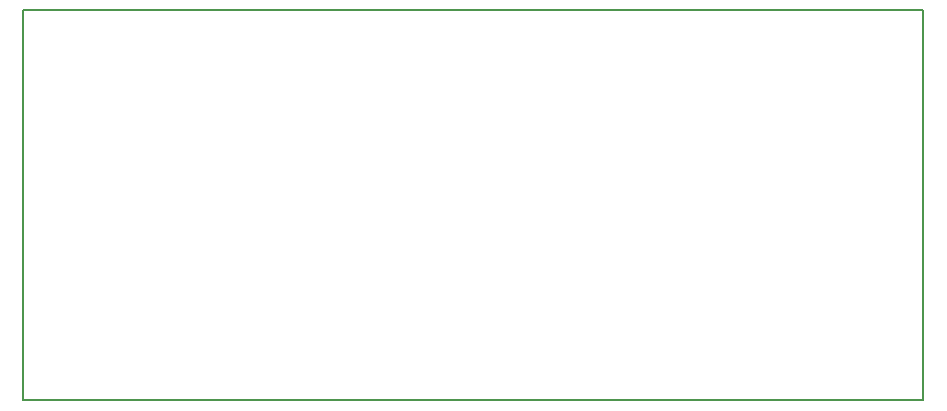
<source format=gbr>
G04 #@! TF.GenerationSoftware,KiCad,Pcbnew,(5.0.1)-3*
G04 #@! TF.CreationDate,2018-12-06T21:09:28-08:00*
G04 #@! TF.ProjectId,500-1033,3530302D313033332E6B696361645F70,A*
G04 #@! TF.SameCoordinates,Original*
G04 #@! TF.FileFunction,Profile,NP*
%FSLAX46Y46*%
G04 Gerber Fmt 4.6, Leading zero omitted, Abs format (unit mm)*
G04 Created by KiCad (PCBNEW (5.0.1)-3) date 12/6/2018 9:09:28 PM*
%MOMM*%
%LPD*%
G01*
G04 APERTURE LIST*
%ADD10C,0.150000*%
G04 APERTURE END LIST*
D10*
X96520000Y-104140000D02*
X96520000Y-137160000D01*
X172720000Y-104140000D02*
X96520000Y-104140000D01*
X172720000Y-137160000D02*
X172720000Y-104140000D01*
X96520000Y-137160000D02*
X172720000Y-137160000D01*
M02*

</source>
